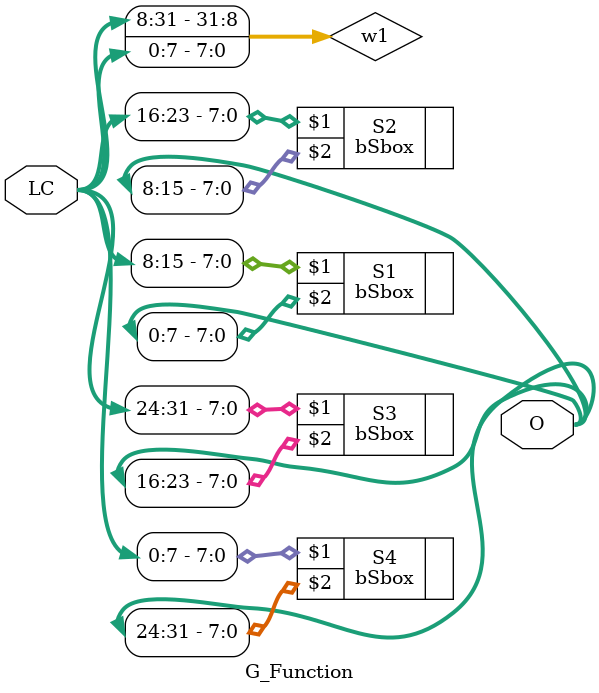
<source format=v>
`timescale 1ns / 1ps


module G_Function(LC,O);
input [0:31] LC; // Last Column of key 0
output [0:31] O;
wire [0:31] w1;
//Circular Rotation
assign w1[0:7]=LC[8:15];
assign w1[8:15]=LC[16:23];
assign w1[16:23]=LC[24:31];
assign w1[24:31]=LC[0:7];
//Circular Rotation complete
// start SBOX
bSbox S1(w1 [0:7],O[0:7]);
bSbox S2(w1[8:15],O[8:15]);
bSbox S3(w1[16:23],O[16:23]);
bSbox S4(w1[24:31],O[24:31]);
// substitution complete
//RCON is done in Key_Scheduler

endmodule

</source>
